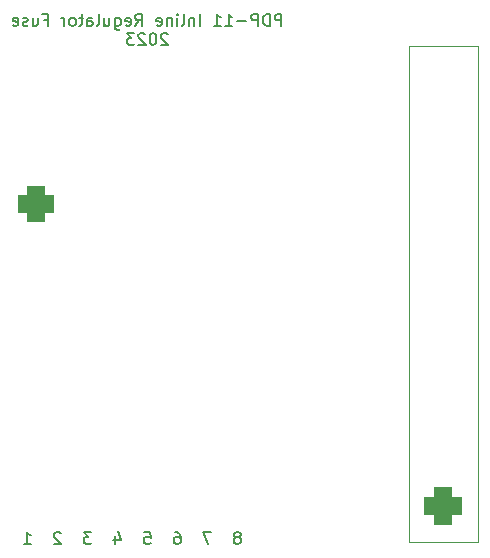
<source format=gbo>
G04 #@! TF.GenerationSoftware,KiCad,Pcbnew,8.0.2*
G04 #@! TF.CreationDate,2024-05-30T20:37:43+12:00*
G04 #@! TF.ProjectId,PDP-FUSE,5044502d-4655-4534-952e-6b696361645f,rev?*
G04 #@! TF.SameCoordinates,Original*
G04 #@! TF.FileFunction,Legend,Bot*
G04 #@! TF.FilePolarity,Positive*
%FSLAX46Y46*%
G04 Gerber Fmt 4.6, Leading zero omitted, Abs format (unit mm)*
G04 Created by KiCad (PCBNEW 8.0.2) date 2024-05-30 20:37:43*
%MOMM*%
%LPD*%
G01*
G04 APERTURE LIST*
G04 Aperture macros list*
%AMRoundRect*
0 Rectangle with rounded corners*
0 $1 Rounding radius*
0 $2 $3 $4 $5 $6 $7 $8 $9 X,Y pos of 4 corners*
0 Add a 4 corners polygon primitive as box body*
4,1,4,$2,$3,$4,$5,$6,$7,$8,$9,$2,$3,0*
0 Add four circle primitives for the rounded corners*
1,1,$1+$1,$2,$3*
1,1,$1+$1,$4,$5*
1,1,$1+$1,$6,$7*
1,1,$1+$1,$8,$9*
0 Add four rect primitives between the rounded corners*
20,1,$1+$1,$2,$3,$4,$5,0*
20,1,$1+$1,$4,$5,$6,$7,0*
20,1,$1+$1,$6,$7,$8,$9,0*
20,1,$1+$1,$8,$9,$2,$3,0*%
G04 Aperture macros list end*
%ADD10C,0.150000*%
%ADD11C,0.120000*%
%ADD12C,3.200000*%
%ADD13RoundRect,0.800000X0.800000X-0.800000X0.800000X0.800000X-0.800000X0.800000X-0.800000X-0.800000X0*%
%ADD14RoundRect,0.750000X-0.750000X-0.750000X0.750000X-0.750000X0.750000X0.750000X-0.750000X0.750000X0*%
%ADD15C,3.000000*%
%ADD16R,1.700000X1.700000*%
%ADD17O,1.700000X1.700000*%
G04 APERTURE END LIST*
D10*
X144351332Y-130137819D02*
X143684666Y-130137819D01*
X143684666Y-130137819D02*
X144113237Y-131137819D01*
X138699904Y-130137819D02*
X139176094Y-130137819D01*
X139176094Y-130137819D02*
X139223713Y-130614009D01*
X139223713Y-130614009D02*
X139176094Y-130566390D01*
X139176094Y-130566390D02*
X139080856Y-130518771D01*
X139080856Y-130518771D02*
X138842761Y-130518771D01*
X138842761Y-130518771D02*
X138747523Y-130566390D01*
X138747523Y-130566390D02*
X138699904Y-130614009D01*
X138699904Y-130614009D02*
X138652285Y-130709247D01*
X138652285Y-130709247D02*
X138652285Y-130947342D01*
X138652285Y-130947342D02*
X138699904Y-131042580D01*
X138699904Y-131042580D02*
X138747523Y-131090200D01*
X138747523Y-131090200D02*
X138842761Y-131137819D01*
X138842761Y-131137819D02*
X139080856Y-131137819D01*
X139080856Y-131137819D02*
X139176094Y-131090200D01*
X139176094Y-131090200D02*
X139223713Y-131042580D01*
X146653237Y-130566390D02*
X146748475Y-130518771D01*
X146748475Y-130518771D02*
X146796094Y-130471152D01*
X146796094Y-130471152D02*
X146843713Y-130375914D01*
X146843713Y-130375914D02*
X146843713Y-130328295D01*
X146843713Y-130328295D02*
X146796094Y-130233057D01*
X146796094Y-130233057D02*
X146748475Y-130185438D01*
X146748475Y-130185438D02*
X146653237Y-130137819D01*
X146653237Y-130137819D02*
X146462761Y-130137819D01*
X146462761Y-130137819D02*
X146367523Y-130185438D01*
X146367523Y-130185438D02*
X146319904Y-130233057D01*
X146319904Y-130233057D02*
X146272285Y-130328295D01*
X146272285Y-130328295D02*
X146272285Y-130375914D01*
X146272285Y-130375914D02*
X146319904Y-130471152D01*
X146319904Y-130471152D02*
X146367523Y-130518771D01*
X146367523Y-130518771D02*
X146462761Y-130566390D01*
X146462761Y-130566390D02*
X146653237Y-130566390D01*
X146653237Y-130566390D02*
X146748475Y-130614009D01*
X146748475Y-130614009D02*
X146796094Y-130661628D01*
X146796094Y-130661628D02*
X146843713Y-130756866D01*
X146843713Y-130756866D02*
X146843713Y-130947342D01*
X146843713Y-130947342D02*
X146796094Y-131042580D01*
X146796094Y-131042580D02*
X146748475Y-131090200D01*
X146748475Y-131090200D02*
X146653237Y-131137819D01*
X146653237Y-131137819D02*
X146462761Y-131137819D01*
X146462761Y-131137819D02*
X146367523Y-131090200D01*
X146367523Y-131090200D02*
X146319904Y-131042580D01*
X146319904Y-131042580D02*
X146272285Y-130947342D01*
X146272285Y-130947342D02*
X146272285Y-130756866D01*
X146272285Y-130756866D02*
X146319904Y-130661628D01*
X146319904Y-130661628D02*
X146367523Y-130614009D01*
X146367523Y-130614009D02*
X146462761Y-130566390D01*
X141287523Y-130137819D02*
X141477999Y-130137819D01*
X141477999Y-130137819D02*
X141573237Y-130185438D01*
X141573237Y-130185438D02*
X141620856Y-130233057D01*
X141620856Y-130233057D02*
X141716094Y-130375914D01*
X141716094Y-130375914D02*
X141763713Y-130566390D01*
X141763713Y-130566390D02*
X141763713Y-130947342D01*
X141763713Y-130947342D02*
X141716094Y-131042580D01*
X141716094Y-131042580D02*
X141668475Y-131090200D01*
X141668475Y-131090200D02*
X141573237Y-131137819D01*
X141573237Y-131137819D02*
X141382761Y-131137819D01*
X141382761Y-131137819D02*
X141287523Y-131090200D01*
X141287523Y-131090200D02*
X141239904Y-131042580D01*
X141239904Y-131042580D02*
X141192285Y-130947342D01*
X141192285Y-130947342D02*
X141192285Y-130709247D01*
X141192285Y-130709247D02*
X141239904Y-130614009D01*
X141239904Y-130614009D02*
X141287523Y-130566390D01*
X141287523Y-130566390D02*
X141382761Y-130518771D01*
X141382761Y-130518771D02*
X141573237Y-130518771D01*
X141573237Y-130518771D02*
X141668475Y-130566390D01*
X141668475Y-130566390D02*
X141716094Y-130614009D01*
X141716094Y-130614009D02*
X141763713Y-130709247D01*
X131603713Y-130233057D02*
X131556094Y-130185438D01*
X131556094Y-130185438D02*
X131460856Y-130137819D01*
X131460856Y-130137819D02*
X131222761Y-130137819D01*
X131222761Y-130137819D02*
X131127523Y-130185438D01*
X131127523Y-130185438D02*
X131079904Y-130233057D01*
X131079904Y-130233057D02*
X131032285Y-130328295D01*
X131032285Y-130328295D02*
X131032285Y-130423533D01*
X131032285Y-130423533D02*
X131079904Y-130566390D01*
X131079904Y-130566390D02*
X131651332Y-131137819D01*
X131651332Y-131137819D02*
X131032285Y-131137819D01*
X136207523Y-130471152D02*
X136207523Y-131137819D01*
X136445618Y-130090200D02*
X136683713Y-130804485D01*
X136683713Y-130804485D02*
X136064666Y-130804485D01*
X128492285Y-131137819D02*
X129063713Y-131137819D01*
X128777999Y-131137819D02*
X128777999Y-130137819D01*
X128777999Y-130137819D02*
X128873237Y-130280676D01*
X128873237Y-130280676D02*
X128968475Y-130375914D01*
X128968475Y-130375914D02*
X129063713Y-130423533D01*
X150295143Y-87279847D02*
X150295143Y-86279847D01*
X150295143Y-86279847D02*
X149914191Y-86279847D01*
X149914191Y-86279847D02*
X149818953Y-86327466D01*
X149818953Y-86327466D02*
X149771334Y-86375085D01*
X149771334Y-86375085D02*
X149723715Y-86470323D01*
X149723715Y-86470323D02*
X149723715Y-86613180D01*
X149723715Y-86613180D02*
X149771334Y-86708418D01*
X149771334Y-86708418D02*
X149818953Y-86756037D01*
X149818953Y-86756037D02*
X149914191Y-86803656D01*
X149914191Y-86803656D02*
X150295143Y-86803656D01*
X149295143Y-87279847D02*
X149295143Y-86279847D01*
X149295143Y-86279847D02*
X149057048Y-86279847D01*
X149057048Y-86279847D02*
X148914191Y-86327466D01*
X148914191Y-86327466D02*
X148818953Y-86422704D01*
X148818953Y-86422704D02*
X148771334Y-86517942D01*
X148771334Y-86517942D02*
X148723715Y-86708418D01*
X148723715Y-86708418D02*
X148723715Y-86851275D01*
X148723715Y-86851275D02*
X148771334Y-87041751D01*
X148771334Y-87041751D02*
X148818953Y-87136989D01*
X148818953Y-87136989D02*
X148914191Y-87232228D01*
X148914191Y-87232228D02*
X149057048Y-87279847D01*
X149057048Y-87279847D02*
X149295143Y-87279847D01*
X148295143Y-87279847D02*
X148295143Y-86279847D01*
X148295143Y-86279847D02*
X147914191Y-86279847D01*
X147914191Y-86279847D02*
X147818953Y-86327466D01*
X147818953Y-86327466D02*
X147771334Y-86375085D01*
X147771334Y-86375085D02*
X147723715Y-86470323D01*
X147723715Y-86470323D02*
X147723715Y-86613180D01*
X147723715Y-86613180D02*
X147771334Y-86708418D01*
X147771334Y-86708418D02*
X147818953Y-86756037D01*
X147818953Y-86756037D02*
X147914191Y-86803656D01*
X147914191Y-86803656D02*
X148295143Y-86803656D01*
X147295143Y-86898894D02*
X146533239Y-86898894D01*
X145533239Y-87279847D02*
X146104667Y-87279847D01*
X145818953Y-87279847D02*
X145818953Y-86279847D01*
X145818953Y-86279847D02*
X145914191Y-86422704D01*
X145914191Y-86422704D02*
X146009429Y-86517942D01*
X146009429Y-86517942D02*
X146104667Y-86565561D01*
X144580858Y-87279847D02*
X145152286Y-87279847D01*
X144866572Y-87279847D02*
X144866572Y-86279847D01*
X144866572Y-86279847D02*
X144961810Y-86422704D01*
X144961810Y-86422704D02*
X145057048Y-86517942D01*
X145057048Y-86517942D02*
X145152286Y-86565561D01*
X143390381Y-87279847D02*
X143390381Y-86279847D01*
X142914191Y-86613180D02*
X142914191Y-87279847D01*
X142914191Y-86708418D02*
X142866572Y-86660799D01*
X142866572Y-86660799D02*
X142771334Y-86613180D01*
X142771334Y-86613180D02*
X142628477Y-86613180D01*
X142628477Y-86613180D02*
X142533239Y-86660799D01*
X142533239Y-86660799D02*
X142485620Y-86756037D01*
X142485620Y-86756037D02*
X142485620Y-87279847D01*
X141866572Y-87279847D02*
X141961810Y-87232228D01*
X141961810Y-87232228D02*
X142009429Y-87136989D01*
X142009429Y-87136989D02*
X142009429Y-86279847D01*
X141485619Y-87279847D02*
X141485619Y-86613180D01*
X141485619Y-86279847D02*
X141533238Y-86327466D01*
X141533238Y-86327466D02*
X141485619Y-86375085D01*
X141485619Y-86375085D02*
X141438000Y-86327466D01*
X141438000Y-86327466D02*
X141485619Y-86279847D01*
X141485619Y-86279847D02*
X141485619Y-86375085D01*
X141009429Y-86613180D02*
X141009429Y-87279847D01*
X141009429Y-86708418D02*
X140961810Y-86660799D01*
X140961810Y-86660799D02*
X140866572Y-86613180D01*
X140866572Y-86613180D02*
X140723715Y-86613180D01*
X140723715Y-86613180D02*
X140628477Y-86660799D01*
X140628477Y-86660799D02*
X140580858Y-86756037D01*
X140580858Y-86756037D02*
X140580858Y-87279847D01*
X139723715Y-87232228D02*
X139818953Y-87279847D01*
X139818953Y-87279847D02*
X140009429Y-87279847D01*
X140009429Y-87279847D02*
X140104667Y-87232228D01*
X140104667Y-87232228D02*
X140152286Y-87136989D01*
X140152286Y-87136989D02*
X140152286Y-86756037D01*
X140152286Y-86756037D02*
X140104667Y-86660799D01*
X140104667Y-86660799D02*
X140009429Y-86613180D01*
X140009429Y-86613180D02*
X139818953Y-86613180D01*
X139818953Y-86613180D02*
X139723715Y-86660799D01*
X139723715Y-86660799D02*
X139676096Y-86756037D01*
X139676096Y-86756037D02*
X139676096Y-86851275D01*
X139676096Y-86851275D02*
X140152286Y-86946513D01*
X137914191Y-87279847D02*
X138247524Y-86803656D01*
X138485619Y-87279847D02*
X138485619Y-86279847D01*
X138485619Y-86279847D02*
X138104667Y-86279847D01*
X138104667Y-86279847D02*
X138009429Y-86327466D01*
X138009429Y-86327466D02*
X137961810Y-86375085D01*
X137961810Y-86375085D02*
X137914191Y-86470323D01*
X137914191Y-86470323D02*
X137914191Y-86613180D01*
X137914191Y-86613180D02*
X137961810Y-86708418D01*
X137961810Y-86708418D02*
X138009429Y-86756037D01*
X138009429Y-86756037D02*
X138104667Y-86803656D01*
X138104667Y-86803656D02*
X138485619Y-86803656D01*
X137104667Y-87232228D02*
X137199905Y-87279847D01*
X137199905Y-87279847D02*
X137390381Y-87279847D01*
X137390381Y-87279847D02*
X137485619Y-87232228D01*
X137485619Y-87232228D02*
X137533238Y-87136989D01*
X137533238Y-87136989D02*
X137533238Y-86756037D01*
X137533238Y-86756037D02*
X137485619Y-86660799D01*
X137485619Y-86660799D02*
X137390381Y-86613180D01*
X137390381Y-86613180D02*
X137199905Y-86613180D01*
X137199905Y-86613180D02*
X137104667Y-86660799D01*
X137104667Y-86660799D02*
X137057048Y-86756037D01*
X137057048Y-86756037D02*
X137057048Y-86851275D01*
X137057048Y-86851275D02*
X137533238Y-86946513D01*
X136199905Y-86613180D02*
X136199905Y-87422704D01*
X136199905Y-87422704D02*
X136247524Y-87517942D01*
X136247524Y-87517942D02*
X136295143Y-87565561D01*
X136295143Y-87565561D02*
X136390381Y-87613180D01*
X136390381Y-87613180D02*
X136533238Y-87613180D01*
X136533238Y-87613180D02*
X136628476Y-87565561D01*
X136199905Y-87232228D02*
X136295143Y-87279847D01*
X136295143Y-87279847D02*
X136485619Y-87279847D01*
X136485619Y-87279847D02*
X136580857Y-87232228D01*
X136580857Y-87232228D02*
X136628476Y-87184608D01*
X136628476Y-87184608D02*
X136676095Y-87089370D01*
X136676095Y-87089370D02*
X136676095Y-86803656D01*
X136676095Y-86803656D02*
X136628476Y-86708418D01*
X136628476Y-86708418D02*
X136580857Y-86660799D01*
X136580857Y-86660799D02*
X136485619Y-86613180D01*
X136485619Y-86613180D02*
X136295143Y-86613180D01*
X136295143Y-86613180D02*
X136199905Y-86660799D01*
X135295143Y-86613180D02*
X135295143Y-87279847D01*
X135723714Y-86613180D02*
X135723714Y-87136989D01*
X135723714Y-87136989D02*
X135676095Y-87232228D01*
X135676095Y-87232228D02*
X135580857Y-87279847D01*
X135580857Y-87279847D02*
X135438000Y-87279847D01*
X135438000Y-87279847D02*
X135342762Y-87232228D01*
X135342762Y-87232228D02*
X135295143Y-87184608D01*
X134676095Y-87279847D02*
X134771333Y-87232228D01*
X134771333Y-87232228D02*
X134818952Y-87136989D01*
X134818952Y-87136989D02*
X134818952Y-86279847D01*
X133866571Y-87279847D02*
X133866571Y-86756037D01*
X133866571Y-86756037D02*
X133914190Y-86660799D01*
X133914190Y-86660799D02*
X134009428Y-86613180D01*
X134009428Y-86613180D02*
X134199904Y-86613180D01*
X134199904Y-86613180D02*
X134295142Y-86660799D01*
X133866571Y-87232228D02*
X133961809Y-87279847D01*
X133961809Y-87279847D02*
X134199904Y-87279847D01*
X134199904Y-87279847D02*
X134295142Y-87232228D01*
X134295142Y-87232228D02*
X134342761Y-87136989D01*
X134342761Y-87136989D02*
X134342761Y-87041751D01*
X134342761Y-87041751D02*
X134295142Y-86946513D01*
X134295142Y-86946513D02*
X134199904Y-86898894D01*
X134199904Y-86898894D02*
X133961809Y-86898894D01*
X133961809Y-86898894D02*
X133866571Y-86851275D01*
X133533237Y-86613180D02*
X133152285Y-86613180D01*
X133390380Y-86279847D02*
X133390380Y-87136989D01*
X133390380Y-87136989D02*
X133342761Y-87232228D01*
X133342761Y-87232228D02*
X133247523Y-87279847D01*
X133247523Y-87279847D02*
X133152285Y-87279847D01*
X132676094Y-87279847D02*
X132771332Y-87232228D01*
X132771332Y-87232228D02*
X132818951Y-87184608D01*
X132818951Y-87184608D02*
X132866570Y-87089370D01*
X132866570Y-87089370D02*
X132866570Y-86803656D01*
X132866570Y-86803656D02*
X132818951Y-86708418D01*
X132818951Y-86708418D02*
X132771332Y-86660799D01*
X132771332Y-86660799D02*
X132676094Y-86613180D01*
X132676094Y-86613180D02*
X132533237Y-86613180D01*
X132533237Y-86613180D02*
X132437999Y-86660799D01*
X132437999Y-86660799D02*
X132390380Y-86708418D01*
X132390380Y-86708418D02*
X132342761Y-86803656D01*
X132342761Y-86803656D02*
X132342761Y-87089370D01*
X132342761Y-87089370D02*
X132390380Y-87184608D01*
X132390380Y-87184608D02*
X132437999Y-87232228D01*
X132437999Y-87232228D02*
X132533237Y-87279847D01*
X132533237Y-87279847D02*
X132676094Y-87279847D01*
X131914189Y-87279847D02*
X131914189Y-86613180D01*
X131914189Y-86803656D02*
X131866570Y-86708418D01*
X131866570Y-86708418D02*
X131818951Y-86660799D01*
X131818951Y-86660799D02*
X131723713Y-86613180D01*
X131723713Y-86613180D02*
X131628475Y-86613180D01*
X130199903Y-86756037D02*
X130533236Y-86756037D01*
X130533236Y-87279847D02*
X130533236Y-86279847D01*
X130533236Y-86279847D02*
X130057046Y-86279847D01*
X129247522Y-86613180D02*
X129247522Y-87279847D01*
X129676093Y-86613180D02*
X129676093Y-87136989D01*
X129676093Y-87136989D02*
X129628474Y-87232228D01*
X129628474Y-87232228D02*
X129533236Y-87279847D01*
X129533236Y-87279847D02*
X129390379Y-87279847D01*
X129390379Y-87279847D02*
X129295141Y-87232228D01*
X129295141Y-87232228D02*
X129247522Y-87184608D01*
X128818950Y-87232228D02*
X128723712Y-87279847D01*
X128723712Y-87279847D02*
X128533236Y-87279847D01*
X128533236Y-87279847D02*
X128437998Y-87232228D01*
X128437998Y-87232228D02*
X128390379Y-87136989D01*
X128390379Y-87136989D02*
X128390379Y-87089370D01*
X128390379Y-87089370D02*
X128437998Y-86994132D01*
X128437998Y-86994132D02*
X128533236Y-86946513D01*
X128533236Y-86946513D02*
X128676093Y-86946513D01*
X128676093Y-86946513D02*
X128771331Y-86898894D01*
X128771331Y-86898894D02*
X128818950Y-86803656D01*
X128818950Y-86803656D02*
X128818950Y-86756037D01*
X128818950Y-86756037D02*
X128771331Y-86660799D01*
X128771331Y-86660799D02*
X128676093Y-86613180D01*
X128676093Y-86613180D02*
X128533236Y-86613180D01*
X128533236Y-86613180D02*
X128437998Y-86660799D01*
X127580855Y-87232228D02*
X127676093Y-87279847D01*
X127676093Y-87279847D02*
X127866569Y-87279847D01*
X127866569Y-87279847D02*
X127961807Y-87232228D01*
X127961807Y-87232228D02*
X128009426Y-87136989D01*
X128009426Y-87136989D02*
X128009426Y-86756037D01*
X128009426Y-86756037D02*
X127961807Y-86660799D01*
X127961807Y-86660799D02*
X127866569Y-86613180D01*
X127866569Y-86613180D02*
X127676093Y-86613180D01*
X127676093Y-86613180D02*
X127580855Y-86660799D01*
X127580855Y-86660799D02*
X127533236Y-86756037D01*
X127533236Y-86756037D02*
X127533236Y-86851275D01*
X127533236Y-86851275D02*
X128009426Y-86946513D01*
X140652285Y-87985029D02*
X140604666Y-87937410D01*
X140604666Y-87937410D02*
X140509428Y-87889791D01*
X140509428Y-87889791D02*
X140271333Y-87889791D01*
X140271333Y-87889791D02*
X140176095Y-87937410D01*
X140176095Y-87937410D02*
X140128476Y-87985029D01*
X140128476Y-87985029D02*
X140080857Y-88080267D01*
X140080857Y-88080267D02*
X140080857Y-88175505D01*
X140080857Y-88175505D02*
X140128476Y-88318362D01*
X140128476Y-88318362D02*
X140699904Y-88889791D01*
X140699904Y-88889791D02*
X140080857Y-88889791D01*
X139461809Y-87889791D02*
X139366571Y-87889791D01*
X139366571Y-87889791D02*
X139271333Y-87937410D01*
X139271333Y-87937410D02*
X139223714Y-87985029D01*
X139223714Y-87985029D02*
X139176095Y-88080267D01*
X139176095Y-88080267D02*
X139128476Y-88270743D01*
X139128476Y-88270743D02*
X139128476Y-88508838D01*
X139128476Y-88508838D02*
X139176095Y-88699314D01*
X139176095Y-88699314D02*
X139223714Y-88794552D01*
X139223714Y-88794552D02*
X139271333Y-88842172D01*
X139271333Y-88842172D02*
X139366571Y-88889791D01*
X139366571Y-88889791D02*
X139461809Y-88889791D01*
X139461809Y-88889791D02*
X139557047Y-88842172D01*
X139557047Y-88842172D02*
X139604666Y-88794552D01*
X139604666Y-88794552D02*
X139652285Y-88699314D01*
X139652285Y-88699314D02*
X139699904Y-88508838D01*
X139699904Y-88508838D02*
X139699904Y-88270743D01*
X139699904Y-88270743D02*
X139652285Y-88080267D01*
X139652285Y-88080267D02*
X139604666Y-87985029D01*
X139604666Y-87985029D02*
X139557047Y-87937410D01*
X139557047Y-87937410D02*
X139461809Y-87889791D01*
X138747523Y-87985029D02*
X138699904Y-87937410D01*
X138699904Y-87937410D02*
X138604666Y-87889791D01*
X138604666Y-87889791D02*
X138366571Y-87889791D01*
X138366571Y-87889791D02*
X138271333Y-87937410D01*
X138271333Y-87937410D02*
X138223714Y-87985029D01*
X138223714Y-87985029D02*
X138176095Y-88080267D01*
X138176095Y-88080267D02*
X138176095Y-88175505D01*
X138176095Y-88175505D02*
X138223714Y-88318362D01*
X138223714Y-88318362D02*
X138795142Y-88889791D01*
X138795142Y-88889791D02*
X138176095Y-88889791D01*
X137842761Y-87889791D02*
X137223714Y-87889791D01*
X137223714Y-87889791D02*
X137557047Y-88270743D01*
X137557047Y-88270743D02*
X137414190Y-88270743D01*
X137414190Y-88270743D02*
X137318952Y-88318362D01*
X137318952Y-88318362D02*
X137271333Y-88365981D01*
X137271333Y-88365981D02*
X137223714Y-88461219D01*
X137223714Y-88461219D02*
X137223714Y-88699314D01*
X137223714Y-88699314D02*
X137271333Y-88794552D01*
X137271333Y-88794552D02*
X137318952Y-88842172D01*
X137318952Y-88842172D02*
X137414190Y-88889791D01*
X137414190Y-88889791D02*
X137699904Y-88889791D01*
X137699904Y-88889791D02*
X137795142Y-88842172D01*
X137795142Y-88842172D02*
X137842761Y-88794552D01*
X134191332Y-130137819D02*
X133572285Y-130137819D01*
X133572285Y-130137819D02*
X133905618Y-130518771D01*
X133905618Y-130518771D02*
X133762761Y-130518771D01*
X133762761Y-130518771D02*
X133667523Y-130566390D01*
X133667523Y-130566390D02*
X133619904Y-130614009D01*
X133619904Y-130614009D02*
X133572285Y-130709247D01*
X133572285Y-130709247D02*
X133572285Y-130947342D01*
X133572285Y-130947342D02*
X133619904Y-131042580D01*
X133619904Y-131042580D02*
X133667523Y-131090200D01*
X133667523Y-131090200D02*
X133762761Y-131137819D01*
X133762761Y-131137819D02*
X134048475Y-131137819D01*
X134048475Y-131137819D02*
X134143713Y-131090200D01*
X134143713Y-131090200D02*
X134191332Y-131042580D01*
D11*
X161100000Y-89000000D02*
X161100000Y-131000000D01*
X166900000Y-89000000D02*
X161100000Y-89000000D01*
X166900000Y-89000000D02*
X166900000Y-131000000D01*
X166900000Y-131000000D02*
X161100000Y-131000000D01*
%LPC*%
D12*
X109855000Y-87910000D03*
X168275000Y-132080000D03*
X158275000Y-87910000D03*
X158275000Y-132080000D03*
X119855000Y-132080000D03*
X119855000Y-87910000D03*
X109855000Y-132080000D03*
D13*
X114000000Y-127955000D03*
D12*
X114000000Y-122825000D03*
X114000000Y-117695000D03*
X114000000Y-112565000D03*
X114000000Y-107435000D03*
X114000000Y-102305000D03*
X114000000Y-97175000D03*
X114000000Y-92045000D03*
D14*
X121895000Y-102362000D03*
X129515000Y-102362000D03*
D15*
X148485000Y-102362000D03*
X156105000Y-102362000D03*
D12*
X168275000Y-87910000D03*
D16*
X128840000Y-132690000D03*
D17*
X131380000Y-132690000D03*
X133920000Y-132690000D03*
X136460000Y-132690000D03*
X139000000Y-132690000D03*
X141540000Y-132690000D03*
X144080000Y-132690000D03*
X146620000Y-132690000D03*
D13*
X164000000Y-127955000D03*
D12*
X164000000Y-122825000D03*
X164000000Y-117695000D03*
X164000000Y-112565000D03*
X164000000Y-107435000D03*
X164000000Y-102305000D03*
X164000000Y-97175000D03*
X164000000Y-92045000D03*
%LPD*%
M02*

</source>
